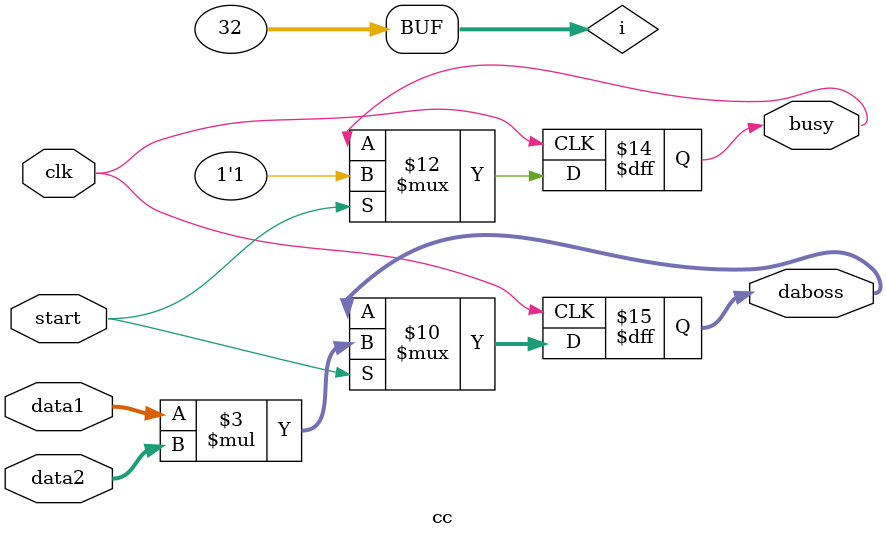
<source format=v>
`timescale 1ns / 1ps
module cc(
    input [31:0] data1,
    input [31:0] data2,
    input start,
    input clk,
    output busy,
	 output [63:0] daboss
    //output [31:0] da1,
    //output [31:0] da2
    );
	 reg [31:0] lo;
	 reg [31:0] hi;
	 integer i = 0;
	 initial begin
		for(i=0;i<32;i=i+1)begin
			lo[i] = 0;
			hi[i] = 0;
		end
	 end
	 always @(posedge clk)begin
		if(start)begin
			daboss <= data1 * data2;
			busy <= 1;
			lo <= daboss[31:0];
			hi <= daboss[63:32];
		end
	 end


endmodule

</source>
